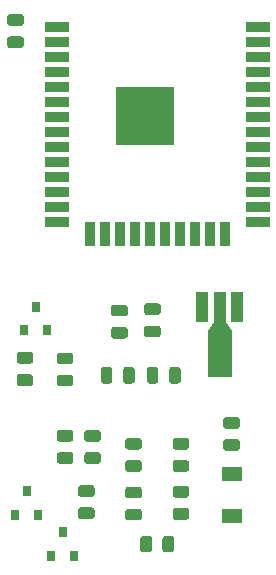
<source format=gbr>
G04 #@! TF.GenerationSoftware,KiCad,Pcbnew,(5.1.5)-3*
G04 #@! TF.CreationDate,2021-03-30T01:11:31+08:00*
G04 #@! TF.ProjectId,parasite,70617261-7369-4746-952e-6b696361645f,1.1.0*
G04 #@! TF.SameCoordinates,Original*
G04 #@! TF.FileFunction,Paste,Top*
G04 #@! TF.FilePolarity,Positive*
%FSLAX46Y46*%
G04 Gerber Fmt 4.6, Leading zero omitted, Abs format (unit mm)*
G04 Created by KiCad (PCBNEW (5.1.5)-3) date 2021-03-30 01:11:31*
%MOMM*%
%LPD*%
G04 APERTURE LIST*
%ADD10C,0.100000*%
%ADD11R,0.800000X0.900000*%
%ADD12R,1.700000X1.300000*%
%ADD13R,1.000000X2.500000*%
%ADD14R,2.000000X4.000000*%
%ADD15R,5.000000X5.000000*%
%ADD16R,2.000000X0.900000*%
%ADD17R,0.900000X2.000000*%
G04 APERTURE END LIST*
D10*
G36*
X118080142Y-74988674D02*
G01*
X118103803Y-74992184D01*
X118127007Y-74997996D01*
X118149529Y-75006054D01*
X118171153Y-75016282D01*
X118191670Y-75028579D01*
X118210883Y-75042829D01*
X118228607Y-75058893D01*
X118244671Y-75076617D01*
X118258921Y-75095830D01*
X118271218Y-75116347D01*
X118281446Y-75137971D01*
X118289504Y-75160493D01*
X118295316Y-75183697D01*
X118298826Y-75207358D01*
X118300000Y-75231250D01*
X118300000Y-75718750D01*
X118298826Y-75742642D01*
X118295316Y-75766303D01*
X118289504Y-75789507D01*
X118281446Y-75812029D01*
X118271218Y-75833653D01*
X118258921Y-75854170D01*
X118244671Y-75873383D01*
X118228607Y-75891107D01*
X118210883Y-75907171D01*
X118191670Y-75921421D01*
X118171153Y-75933718D01*
X118149529Y-75943946D01*
X118127007Y-75952004D01*
X118103803Y-75957816D01*
X118080142Y-75961326D01*
X118056250Y-75962500D01*
X117143750Y-75962500D01*
X117119858Y-75961326D01*
X117096197Y-75957816D01*
X117072993Y-75952004D01*
X117050471Y-75943946D01*
X117028847Y-75933718D01*
X117008330Y-75921421D01*
X116989117Y-75907171D01*
X116971393Y-75891107D01*
X116955329Y-75873383D01*
X116941079Y-75854170D01*
X116928782Y-75833653D01*
X116918554Y-75812029D01*
X116910496Y-75789507D01*
X116904684Y-75766303D01*
X116901174Y-75742642D01*
X116900000Y-75718750D01*
X116900000Y-75231250D01*
X116901174Y-75207358D01*
X116904684Y-75183697D01*
X116910496Y-75160493D01*
X116918554Y-75137971D01*
X116928782Y-75116347D01*
X116941079Y-75095830D01*
X116955329Y-75076617D01*
X116971393Y-75058893D01*
X116989117Y-75042829D01*
X117008330Y-75028579D01*
X117028847Y-75016282D01*
X117050471Y-75006054D01*
X117072993Y-74997996D01*
X117096197Y-74992184D01*
X117119858Y-74988674D01*
X117143750Y-74987500D01*
X118056250Y-74987500D01*
X118080142Y-74988674D01*
G37*
G36*
X118080142Y-73113674D02*
G01*
X118103803Y-73117184D01*
X118127007Y-73122996D01*
X118149529Y-73131054D01*
X118171153Y-73141282D01*
X118191670Y-73153579D01*
X118210883Y-73167829D01*
X118228607Y-73183893D01*
X118244671Y-73201617D01*
X118258921Y-73220830D01*
X118271218Y-73241347D01*
X118281446Y-73262971D01*
X118289504Y-73285493D01*
X118295316Y-73308697D01*
X118298826Y-73332358D01*
X118300000Y-73356250D01*
X118300000Y-73843750D01*
X118298826Y-73867642D01*
X118295316Y-73891303D01*
X118289504Y-73914507D01*
X118281446Y-73937029D01*
X118271218Y-73958653D01*
X118258921Y-73979170D01*
X118244671Y-73998383D01*
X118228607Y-74016107D01*
X118210883Y-74032171D01*
X118191670Y-74046421D01*
X118171153Y-74058718D01*
X118149529Y-74068946D01*
X118127007Y-74077004D01*
X118103803Y-74082816D01*
X118080142Y-74086326D01*
X118056250Y-74087500D01*
X117143750Y-74087500D01*
X117119858Y-74086326D01*
X117096197Y-74082816D01*
X117072993Y-74077004D01*
X117050471Y-74068946D01*
X117028847Y-74058718D01*
X117008330Y-74046421D01*
X116989117Y-74032171D01*
X116971393Y-74016107D01*
X116955329Y-73998383D01*
X116941079Y-73979170D01*
X116928782Y-73958653D01*
X116918554Y-73937029D01*
X116910496Y-73914507D01*
X116904684Y-73891303D01*
X116901174Y-73867642D01*
X116900000Y-73843750D01*
X116900000Y-73356250D01*
X116901174Y-73332358D01*
X116904684Y-73308697D01*
X116910496Y-73285493D01*
X116918554Y-73262971D01*
X116928782Y-73241347D01*
X116941079Y-73220830D01*
X116955329Y-73201617D01*
X116971393Y-73183893D01*
X116989117Y-73167829D01*
X117008330Y-73153579D01*
X117028847Y-73141282D01*
X117050471Y-73131054D01*
X117072993Y-73122996D01*
X117096197Y-73117184D01*
X117119858Y-73113674D01*
X117143750Y-73112500D01*
X118056250Y-73112500D01*
X118080142Y-73113674D01*
G37*
G36*
X115280142Y-73238674D02*
G01*
X115303803Y-73242184D01*
X115327007Y-73247996D01*
X115349529Y-73256054D01*
X115371153Y-73266282D01*
X115391670Y-73278579D01*
X115410883Y-73292829D01*
X115428607Y-73308893D01*
X115444671Y-73326617D01*
X115458921Y-73345830D01*
X115471218Y-73366347D01*
X115481446Y-73387971D01*
X115489504Y-73410493D01*
X115495316Y-73433697D01*
X115498826Y-73457358D01*
X115500000Y-73481250D01*
X115500000Y-73968750D01*
X115498826Y-73992642D01*
X115495316Y-74016303D01*
X115489504Y-74039507D01*
X115481446Y-74062029D01*
X115471218Y-74083653D01*
X115458921Y-74104170D01*
X115444671Y-74123383D01*
X115428607Y-74141107D01*
X115410883Y-74157171D01*
X115391670Y-74171421D01*
X115371153Y-74183718D01*
X115349529Y-74193946D01*
X115327007Y-74202004D01*
X115303803Y-74207816D01*
X115280142Y-74211326D01*
X115256250Y-74212500D01*
X114343750Y-74212500D01*
X114319858Y-74211326D01*
X114296197Y-74207816D01*
X114272993Y-74202004D01*
X114250471Y-74193946D01*
X114228847Y-74183718D01*
X114208330Y-74171421D01*
X114189117Y-74157171D01*
X114171393Y-74141107D01*
X114155329Y-74123383D01*
X114141079Y-74104170D01*
X114128782Y-74083653D01*
X114118554Y-74062029D01*
X114110496Y-74039507D01*
X114104684Y-74016303D01*
X114101174Y-73992642D01*
X114100000Y-73968750D01*
X114100000Y-73481250D01*
X114101174Y-73457358D01*
X114104684Y-73433697D01*
X114110496Y-73410493D01*
X114118554Y-73387971D01*
X114128782Y-73366347D01*
X114141079Y-73345830D01*
X114155329Y-73326617D01*
X114171393Y-73308893D01*
X114189117Y-73292829D01*
X114208330Y-73278579D01*
X114228847Y-73266282D01*
X114250471Y-73256054D01*
X114272993Y-73247996D01*
X114296197Y-73242184D01*
X114319858Y-73238674D01*
X114343750Y-73237500D01*
X115256250Y-73237500D01*
X115280142Y-73238674D01*
G37*
G36*
X115280142Y-75113674D02*
G01*
X115303803Y-75117184D01*
X115327007Y-75122996D01*
X115349529Y-75131054D01*
X115371153Y-75141282D01*
X115391670Y-75153579D01*
X115410883Y-75167829D01*
X115428607Y-75183893D01*
X115444671Y-75201617D01*
X115458921Y-75220830D01*
X115471218Y-75241347D01*
X115481446Y-75262971D01*
X115489504Y-75285493D01*
X115495316Y-75308697D01*
X115498826Y-75332358D01*
X115500000Y-75356250D01*
X115500000Y-75843750D01*
X115498826Y-75867642D01*
X115495316Y-75891303D01*
X115489504Y-75914507D01*
X115481446Y-75937029D01*
X115471218Y-75958653D01*
X115458921Y-75979170D01*
X115444671Y-75998383D01*
X115428607Y-76016107D01*
X115410883Y-76032171D01*
X115391670Y-76046421D01*
X115371153Y-76058718D01*
X115349529Y-76068946D01*
X115327007Y-76077004D01*
X115303803Y-76082816D01*
X115280142Y-76086326D01*
X115256250Y-76087500D01*
X114343750Y-76087500D01*
X114319858Y-76086326D01*
X114296197Y-76082816D01*
X114272993Y-76077004D01*
X114250471Y-76068946D01*
X114228847Y-76058718D01*
X114208330Y-76046421D01*
X114189117Y-76032171D01*
X114171393Y-76016107D01*
X114155329Y-75998383D01*
X114141079Y-75979170D01*
X114128782Y-75958653D01*
X114118554Y-75937029D01*
X114110496Y-75914507D01*
X114104684Y-75891303D01*
X114101174Y-75867642D01*
X114100000Y-75843750D01*
X114100000Y-75356250D01*
X114101174Y-75332358D01*
X114104684Y-75308697D01*
X114110496Y-75285493D01*
X114118554Y-75262971D01*
X114128782Y-75241347D01*
X114141079Y-75220830D01*
X114155329Y-75201617D01*
X114171393Y-75183893D01*
X114189117Y-75167829D01*
X114208330Y-75153579D01*
X114228847Y-75141282D01*
X114250471Y-75131054D01*
X114272993Y-75122996D01*
X114296197Y-75117184D01*
X114319858Y-75113674D01*
X114343750Y-75112500D01*
X115256250Y-75112500D01*
X115280142Y-75113674D01*
G37*
D11*
X110000000Y-92500000D03*
X110950000Y-94500000D03*
X109050000Y-94500000D03*
X106950000Y-89000000D03*
X107900000Y-91000000D03*
X106000000Y-91000000D03*
D10*
G36*
X119205142Y-92801174D02*
G01*
X119228803Y-92804684D01*
X119252007Y-92810496D01*
X119274529Y-92818554D01*
X119296153Y-92828782D01*
X119316670Y-92841079D01*
X119335883Y-92855329D01*
X119353607Y-92871393D01*
X119369671Y-92889117D01*
X119383921Y-92908330D01*
X119396218Y-92928847D01*
X119406446Y-92950471D01*
X119414504Y-92972993D01*
X119420316Y-92996197D01*
X119423826Y-93019858D01*
X119425000Y-93043750D01*
X119425000Y-93956250D01*
X119423826Y-93980142D01*
X119420316Y-94003803D01*
X119414504Y-94027007D01*
X119406446Y-94049529D01*
X119396218Y-94071153D01*
X119383921Y-94091670D01*
X119369671Y-94110883D01*
X119353607Y-94128607D01*
X119335883Y-94144671D01*
X119316670Y-94158921D01*
X119296153Y-94171218D01*
X119274529Y-94181446D01*
X119252007Y-94189504D01*
X119228803Y-94195316D01*
X119205142Y-94198826D01*
X119181250Y-94200000D01*
X118693750Y-94200000D01*
X118669858Y-94198826D01*
X118646197Y-94195316D01*
X118622993Y-94189504D01*
X118600471Y-94181446D01*
X118578847Y-94171218D01*
X118558330Y-94158921D01*
X118539117Y-94144671D01*
X118521393Y-94128607D01*
X118505329Y-94110883D01*
X118491079Y-94091670D01*
X118478782Y-94071153D01*
X118468554Y-94049529D01*
X118460496Y-94027007D01*
X118454684Y-94003803D01*
X118451174Y-93980142D01*
X118450000Y-93956250D01*
X118450000Y-93043750D01*
X118451174Y-93019858D01*
X118454684Y-92996197D01*
X118460496Y-92972993D01*
X118468554Y-92950471D01*
X118478782Y-92928847D01*
X118491079Y-92908330D01*
X118505329Y-92889117D01*
X118521393Y-92871393D01*
X118539117Y-92855329D01*
X118558330Y-92841079D01*
X118578847Y-92828782D01*
X118600471Y-92818554D01*
X118622993Y-92810496D01*
X118646197Y-92804684D01*
X118669858Y-92801174D01*
X118693750Y-92800000D01*
X119181250Y-92800000D01*
X119205142Y-92801174D01*
G37*
G36*
X117330142Y-92801174D02*
G01*
X117353803Y-92804684D01*
X117377007Y-92810496D01*
X117399529Y-92818554D01*
X117421153Y-92828782D01*
X117441670Y-92841079D01*
X117460883Y-92855329D01*
X117478607Y-92871393D01*
X117494671Y-92889117D01*
X117508921Y-92908330D01*
X117521218Y-92928847D01*
X117531446Y-92950471D01*
X117539504Y-92972993D01*
X117545316Y-92996197D01*
X117548826Y-93019858D01*
X117550000Y-93043750D01*
X117550000Y-93956250D01*
X117548826Y-93980142D01*
X117545316Y-94003803D01*
X117539504Y-94027007D01*
X117531446Y-94049529D01*
X117521218Y-94071153D01*
X117508921Y-94091670D01*
X117494671Y-94110883D01*
X117478607Y-94128607D01*
X117460883Y-94144671D01*
X117441670Y-94158921D01*
X117421153Y-94171218D01*
X117399529Y-94181446D01*
X117377007Y-94189504D01*
X117353803Y-94195316D01*
X117330142Y-94198826D01*
X117306250Y-94200000D01*
X116818750Y-94200000D01*
X116794858Y-94198826D01*
X116771197Y-94195316D01*
X116747993Y-94189504D01*
X116725471Y-94181446D01*
X116703847Y-94171218D01*
X116683330Y-94158921D01*
X116664117Y-94144671D01*
X116646393Y-94128607D01*
X116630329Y-94110883D01*
X116616079Y-94091670D01*
X116603782Y-94071153D01*
X116593554Y-94049529D01*
X116585496Y-94027007D01*
X116579684Y-94003803D01*
X116576174Y-93980142D01*
X116575000Y-93956250D01*
X116575000Y-93043750D01*
X116576174Y-93019858D01*
X116579684Y-92996197D01*
X116585496Y-92972993D01*
X116593554Y-92950471D01*
X116603782Y-92928847D01*
X116616079Y-92908330D01*
X116630329Y-92889117D01*
X116646393Y-92871393D01*
X116664117Y-92855329D01*
X116683330Y-92841079D01*
X116703847Y-92828782D01*
X116725471Y-92818554D01*
X116747993Y-92810496D01*
X116771197Y-92804684D01*
X116794858Y-92801174D01*
X116818750Y-92800000D01*
X117306250Y-92800000D01*
X117330142Y-92801174D01*
G37*
G36*
X120480142Y-84513674D02*
G01*
X120503803Y-84517184D01*
X120527007Y-84522996D01*
X120549529Y-84531054D01*
X120571153Y-84541282D01*
X120591670Y-84553579D01*
X120610883Y-84567829D01*
X120628607Y-84583893D01*
X120644671Y-84601617D01*
X120658921Y-84620830D01*
X120671218Y-84641347D01*
X120681446Y-84662971D01*
X120689504Y-84685493D01*
X120695316Y-84708697D01*
X120698826Y-84732358D01*
X120700000Y-84756250D01*
X120700000Y-85243750D01*
X120698826Y-85267642D01*
X120695316Y-85291303D01*
X120689504Y-85314507D01*
X120681446Y-85337029D01*
X120671218Y-85358653D01*
X120658921Y-85379170D01*
X120644671Y-85398383D01*
X120628607Y-85416107D01*
X120610883Y-85432171D01*
X120591670Y-85446421D01*
X120571153Y-85458718D01*
X120549529Y-85468946D01*
X120527007Y-85477004D01*
X120503803Y-85482816D01*
X120480142Y-85486326D01*
X120456250Y-85487500D01*
X119543750Y-85487500D01*
X119519858Y-85486326D01*
X119496197Y-85482816D01*
X119472993Y-85477004D01*
X119450471Y-85468946D01*
X119428847Y-85458718D01*
X119408330Y-85446421D01*
X119389117Y-85432171D01*
X119371393Y-85416107D01*
X119355329Y-85398383D01*
X119341079Y-85379170D01*
X119328782Y-85358653D01*
X119318554Y-85337029D01*
X119310496Y-85314507D01*
X119304684Y-85291303D01*
X119301174Y-85267642D01*
X119300000Y-85243750D01*
X119300000Y-84756250D01*
X119301174Y-84732358D01*
X119304684Y-84708697D01*
X119310496Y-84685493D01*
X119318554Y-84662971D01*
X119328782Y-84641347D01*
X119341079Y-84620830D01*
X119355329Y-84601617D01*
X119371393Y-84583893D01*
X119389117Y-84567829D01*
X119408330Y-84553579D01*
X119428847Y-84541282D01*
X119450471Y-84531054D01*
X119472993Y-84522996D01*
X119496197Y-84517184D01*
X119519858Y-84513674D01*
X119543750Y-84512500D01*
X120456250Y-84512500D01*
X120480142Y-84513674D01*
G37*
G36*
X120480142Y-86388674D02*
G01*
X120503803Y-86392184D01*
X120527007Y-86397996D01*
X120549529Y-86406054D01*
X120571153Y-86416282D01*
X120591670Y-86428579D01*
X120610883Y-86442829D01*
X120628607Y-86458893D01*
X120644671Y-86476617D01*
X120658921Y-86495830D01*
X120671218Y-86516347D01*
X120681446Y-86537971D01*
X120689504Y-86560493D01*
X120695316Y-86583697D01*
X120698826Y-86607358D01*
X120700000Y-86631250D01*
X120700000Y-87118750D01*
X120698826Y-87142642D01*
X120695316Y-87166303D01*
X120689504Y-87189507D01*
X120681446Y-87212029D01*
X120671218Y-87233653D01*
X120658921Y-87254170D01*
X120644671Y-87273383D01*
X120628607Y-87291107D01*
X120610883Y-87307171D01*
X120591670Y-87321421D01*
X120571153Y-87333718D01*
X120549529Y-87343946D01*
X120527007Y-87352004D01*
X120503803Y-87357816D01*
X120480142Y-87361326D01*
X120456250Y-87362500D01*
X119543750Y-87362500D01*
X119519858Y-87361326D01*
X119496197Y-87357816D01*
X119472993Y-87352004D01*
X119450471Y-87343946D01*
X119428847Y-87333718D01*
X119408330Y-87321421D01*
X119389117Y-87307171D01*
X119371393Y-87291107D01*
X119355329Y-87273383D01*
X119341079Y-87254170D01*
X119328782Y-87233653D01*
X119318554Y-87212029D01*
X119310496Y-87189507D01*
X119304684Y-87166303D01*
X119301174Y-87142642D01*
X119300000Y-87118750D01*
X119300000Y-86631250D01*
X119301174Y-86607358D01*
X119304684Y-86583697D01*
X119310496Y-86560493D01*
X119318554Y-86537971D01*
X119328782Y-86516347D01*
X119341079Y-86495830D01*
X119355329Y-86476617D01*
X119371393Y-86458893D01*
X119389117Y-86442829D01*
X119408330Y-86428579D01*
X119428847Y-86416282D01*
X119450471Y-86406054D01*
X119472993Y-86397996D01*
X119496197Y-86392184D01*
X119519858Y-86388674D01*
X119543750Y-86387500D01*
X120456250Y-86387500D01*
X120480142Y-86388674D01*
G37*
G36*
X113017642Y-83838674D02*
G01*
X113041303Y-83842184D01*
X113064507Y-83847996D01*
X113087029Y-83856054D01*
X113108653Y-83866282D01*
X113129170Y-83878579D01*
X113148383Y-83892829D01*
X113166107Y-83908893D01*
X113182171Y-83926617D01*
X113196421Y-83945830D01*
X113208718Y-83966347D01*
X113218946Y-83987971D01*
X113227004Y-84010493D01*
X113232816Y-84033697D01*
X113236326Y-84057358D01*
X113237500Y-84081250D01*
X113237500Y-84568750D01*
X113236326Y-84592642D01*
X113232816Y-84616303D01*
X113227004Y-84639507D01*
X113218946Y-84662029D01*
X113208718Y-84683653D01*
X113196421Y-84704170D01*
X113182171Y-84723383D01*
X113166107Y-84741107D01*
X113148383Y-84757171D01*
X113129170Y-84771421D01*
X113108653Y-84783718D01*
X113087029Y-84793946D01*
X113064507Y-84802004D01*
X113041303Y-84807816D01*
X113017642Y-84811326D01*
X112993750Y-84812500D01*
X112081250Y-84812500D01*
X112057358Y-84811326D01*
X112033697Y-84807816D01*
X112010493Y-84802004D01*
X111987971Y-84793946D01*
X111966347Y-84783718D01*
X111945830Y-84771421D01*
X111926617Y-84757171D01*
X111908893Y-84741107D01*
X111892829Y-84723383D01*
X111878579Y-84704170D01*
X111866282Y-84683653D01*
X111856054Y-84662029D01*
X111847996Y-84639507D01*
X111842184Y-84616303D01*
X111838674Y-84592642D01*
X111837500Y-84568750D01*
X111837500Y-84081250D01*
X111838674Y-84057358D01*
X111842184Y-84033697D01*
X111847996Y-84010493D01*
X111856054Y-83987971D01*
X111866282Y-83966347D01*
X111878579Y-83945830D01*
X111892829Y-83926617D01*
X111908893Y-83908893D01*
X111926617Y-83892829D01*
X111945830Y-83878579D01*
X111966347Y-83866282D01*
X111987971Y-83856054D01*
X112010493Y-83847996D01*
X112033697Y-83842184D01*
X112057358Y-83838674D01*
X112081250Y-83837500D01*
X112993750Y-83837500D01*
X113017642Y-83838674D01*
G37*
G36*
X113017642Y-85713674D02*
G01*
X113041303Y-85717184D01*
X113064507Y-85722996D01*
X113087029Y-85731054D01*
X113108653Y-85741282D01*
X113129170Y-85753579D01*
X113148383Y-85767829D01*
X113166107Y-85783893D01*
X113182171Y-85801617D01*
X113196421Y-85820830D01*
X113208718Y-85841347D01*
X113218946Y-85862971D01*
X113227004Y-85885493D01*
X113232816Y-85908697D01*
X113236326Y-85932358D01*
X113237500Y-85956250D01*
X113237500Y-86443750D01*
X113236326Y-86467642D01*
X113232816Y-86491303D01*
X113227004Y-86514507D01*
X113218946Y-86537029D01*
X113208718Y-86558653D01*
X113196421Y-86579170D01*
X113182171Y-86598383D01*
X113166107Y-86616107D01*
X113148383Y-86632171D01*
X113129170Y-86646421D01*
X113108653Y-86658718D01*
X113087029Y-86668946D01*
X113064507Y-86677004D01*
X113041303Y-86682816D01*
X113017642Y-86686326D01*
X112993750Y-86687500D01*
X112081250Y-86687500D01*
X112057358Y-86686326D01*
X112033697Y-86682816D01*
X112010493Y-86677004D01*
X111987971Y-86668946D01*
X111966347Y-86658718D01*
X111945830Y-86646421D01*
X111926617Y-86632171D01*
X111908893Y-86616107D01*
X111892829Y-86598383D01*
X111878579Y-86579170D01*
X111866282Y-86558653D01*
X111856054Y-86537029D01*
X111847996Y-86514507D01*
X111842184Y-86491303D01*
X111838674Y-86467642D01*
X111837500Y-86443750D01*
X111837500Y-85956250D01*
X111838674Y-85932358D01*
X111842184Y-85908697D01*
X111847996Y-85885493D01*
X111856054Y-85862971D01*
X111866282Y-85841347D01*
X111878579Y-85820830D01*
X111892829Y-85801617D01*
X111908893Y-85783893D01*
X111926617Y-85767829D01*
X111945830Y-85753579D01*
X111966347Y-85741282D01*
X111987971Y-85731054D01*
X112010493Y-85722996D01*
X112033697Y-85717184D01*
X112057358Y-85713674D01*
X112081250Y-85712500D01*
X112993750Y-85712500D01*
X113017642Y-85713674D01*
G37*
G36*
X113992642Y-78501174D02*
G01*
X114016303Y-78504684D01*
X114039507Y-78510496D01*
X114062029Y-78518554D01*
X114083653Y-78528782D01*
X114104170Y-78541079D01*
X114123383Y-78555329D01*
X114141107Y-78571393D01*
X114157171Y-78589117D01*
X114171421Y-78608330D01*
X114183718Y-78628847D01*
X114193946Y-78650471D01*
X114202004Y-78672993D01*
X114207816Y-78696197D01*
X114211326Y-78719858D01*
X114212500Y-78743750D01*
X114212500Y-79656250D01*
X114211326Y-79680142D01*
X114207816Y-79703803D01*
X114202004Y-79727007D01*
X114193946Y-79749529D01*
X114183718Y-79771153D01*
X114171421Y-79791670D01*
X114157171Y-79810883D01*
X114141107Y-79828607D01*
X114123383Y-79844671D01*
X114104170Y-79858921D01*
X114083653Y-79871218D01*
X114062029Y-79881446D01*
X114039507Y-79889504D01*
X114016303Y-79895316D01*
X113992642Y-79898826D01*
X113968750Y-79900000D01*
X113481250Y-79900000D01*
X113457358Y-79898826D01*
X113433697Y-79895316D01*
X113410493Y-79889504D01*
X113387971Y-79881446D01*
X113366347Y-79871218D01*
X113345830Y-79858921D01*
X113326617Y-79844671D01*
X113308893Y-79828607D01*
X113292829Y-79810883D01*
X113278579Y-79791670D01*
X113266282Y-79771153D01*
X113256054Y-79749529D01*
X113247996Y-79727007D01*
X113242184Y-79703803D01*
X113238674Y-79680142D01*
X113237500Y-79656250D01*
X113237500Y-78743750D01*
X113238674Y-78719858D01*
X113242184Y-78696197D01*
X113247996Y-78672993D01*
X113256054Y-78650471D01*
X113266282Y-78628847D01*
X113278579Y-78608330D01*
X113292829Y-78589117D01*
X113308893Y-78571393D01*
X113326617Y-78555329D01*
X113345830Y-78541079D01*
X113366347Y-78528782D01*
X113387971Y-78518554D01*
X113410493Y-78510496D01*
X113433697Y-78504684D01*
X113457358Y-78501174D01*
X113481250Y-78500000D01*
X113968750Y-78500000D01*
X113992642Y-78501174D01*
G37*
G36*
X115867642Y-78501174D02*
G01*
X115891303Y-78504684D01*
X115914507Y-78510496D01*
X115937029Y-78518554D01*
X115958653Y-78528782D01*
X115979170Y-78541079D01*
X115998383Y-78555329D01*
X116016107Y-78571393D01*
X116032171Y-78589117D01*
X116046421Y-78608330D01*
X116058718Y-78628847D01*
X116068946Y-78650471D01*
X116077004Y-78672993D01*
X116082816Y-78696197D01*
X116086326Y-78719858D01*
X116087500Y-78743750D01*
X116087500Y-79656250D01*
X116086326Y-79680142D01*
X116082816Y-79703803D01*
X116077004Y-79727007D01*
X116068946Y-79749529D01*
X116058718Y-79771153D01*
X116046421Y-79791670D01*
X116032171Y-79810883D01*
X116016107Y-79828607D01*
X115998383Y-79844671D01*
X115979170Y-79858921D01*
X115958653Y-79871218D01*
X115937029Y-79881446D01*
X115914507Y-79889504D01*
X115891303Y-79895316D01*
X115867642Y-79898826D01*
X115843750Y-79900000D01*
X115356250Y-79900000D01*
X115332358Y-79898826D01*
X115308697Y-79895316D01*
X115285493Y-79889504D01*
X115262971Y-79881446D01*
X115241347Y-79871218D01*
X115220830Y-79858921D01*
X115201617Y-79844671D01*
X115183893Y-79828607D01*
X115167829Y-79810883D01*
X115153579Y-79791670D01*
X115141282Y-79771153D01*
X115131054Y-79749529D01*
X115122996Y-79727007D01*
X115117184Y-79703803D01*
X115113674Y-79680142D01*
X115112500Y-79656250D01*
X115112500Y-78743750D01*
X115113674Y-78719858D01*
X115117184Y-78696197D01*
X115122996Y-78672993D01*
X115131054Y-78650471D01*
X115141282Y-78628847D01*
X115153579Y-78608330D01*
X115167829Y-78589117D01*
X115183893Y-78571393D01*
X115201617Y-78555329D01*
X115220830Y-78541079D01*
X115241347Y-78528782D01*
X115262971Y-78518554D01*
X115285493Y-78510496D01*
X115308697Y-78504684D01*
X115332358Y-78501174D01*
X115356250Y-78500000D01*
X115843750Y-78500000D01*
X115867642Y-78501174D01*
G37*
G36*
X117892642Y-78501174D02*
G01*
X117916303Y-78504684D01*
X117939507Y-78510496D01*
X117962029Y-78518554D01*
X117983653Y-78528782D01*
X118004170Y-78541079D01*
X118023383Y-78555329D01*
X118041107Y-78571393D01*
X118057171Y-78589117D01*
X118071421Y-78608330D01*
X118083718Y-78628847D01*
X118093946Y-78650471D01*
X118102004Y-78672993D01*
X118107816Y-78696197D01*
X118111326Y-78719858D01*
X118112500Y-78743750D01*
X118112500Y-79656250D01*
X118111326Y-79680142D01*
X118107816Y-79703803D01*
X118102004Y-79727007D01*
X118093946Y-79749529D01*
X118083718Y-79771153D01*
X118071421Y-79791670D01*
X118057171Y-79810883D01*
X118041107Y-79828607D01*
X118023383Y-79844671D01*
X118004170Y-79858921D01*
X117983653Y-79871218D01*
X117962029Y-79881446D01*
X117939507Y-79889504D01*
X117916303Y-79895316D01*
X117892642Y-79898826D01*
X117868750Y-79900000D01*
X117381250Y-79900000D01*
X117357358Y-79898826D01*
X117333697Y-79895316D01*
X117310493Y-79889504D01*
X117287971Y-79881446D01*
X117266347Y-79871218D01*
X117245830Y-79858921D01*
X117226617Y-79844671D01*
X117208893Y-79828607D01*
X117192829Y-79810883D01*
X117178579Y-79791670D01*
X117166282Y-79771153D01*
X117156054Y-79749529D01*
X117147996Y-79727007D01*
X117142184Y-79703803D01*
X117138674Y-79680142D01*
X117137500Y-79656250D01*
X117137500Y-78743750D01*
X117138674Y-78719858D01*
X117142184Y-78696197D01*
X117147996Y-78672993D01*
X117156054Y-78650471D01*
X117166282Y-78628847D01*
X117178579Y-78608330D01*
X117192829Y-78589117D01*
X117208893Y-78571393D01*
X117226617Y-78555329D01*
X117245830Y-78541079D01*
X117266347Y-78528782D01*
X117287971Y-78518554D01*
X117310493Y-78510496D01*
X117333697Y-78504684D01*
X117357358Y-78501174D01*
X117381250Y-78500000D01*
X117868750Y-78500000D01*
X117892642Y-78501174D01*
G37*
G36*
X119767642Y-78501174D02*
G01*
X119791303Y-78504684D01*
X119814507Y-78510496D01*
X119837029Y-78518554D01*
X119858653Y-78528782D01*
X119879170Y-78541079D01*
X119898383Y-78555329D01*
X119916107Y-78571393D01*
X119932171Y-78589117D01*
X119946421Y-78608330D01*
X119958718Y-78628847D01*
X119968946Y-78650471D01*
X119977004Y-78672993D01*
X119982816Y-78696197D01*
X119986326Y-78719858D01*
X119987500Y-78743750D01*
X119987500Y-79656250D01*
X119986326Y-79680142D01*
X119982816Y-79703803D01*
X119977004Y-79727007D01*
X119968946Y-79749529D01*
X119958718Y-79771153D01*
X119946421Y-79791670D01*
X119932171Y-79810883D01*
X119916107Y-79828607D01*
X119898383Y-79844671D01*
X119879170Y-79858921D01*
X119858653Y-79871218D01*
X119837029Y-79881446D01*
X119814507Y-79889504D01*
X119791303Y-79895316D01*
X119767642Y-79898826D01*
X119743750Y-79900000D01*
X119256250Y-79900000D01*
X119232358Y-79898826D01*
X119208697Y-79895316D01*
X119185493Y-79889504D01*
X119162971Y-79881446D01*
X119141347Y-79871218D01*
X119120830Y-79858921D01*
X119101617Y-79844671D01*
X119083893Y-79828607D01*
X119067829Y-79810883D01*
X119053579Y-79791670D01*
X119041282Y-79771153D01*
X119031054Y-79749529D01*
X119022996Y-79727007D01*
X119017184Y-79703803D01*
X119013674Y-79680142D01*
X119012500Y-79656250D01*
X119012500Y-78743750D01*
X119013674Y-78719858D01*
X119017184Y-78696197D01*
X119022996Y-78672993D01*
X119031054Y-78650471D01*
X119041282Y-78628847D01*
X119053579Y-78608330D01*
X119067829Y-78589117D01*
X119083893Y-78571393D01*
X119101617Y-78555329D01*
X119120830Y-78541079D01*
X119141347Y-78528782D01*
X119162971Y-78518554D01*
X119185493Y-78510496D01*
X119208697Y-78504684D01*
X119232358Y-78501174D01*
X119256250Y-78500000D01*
X119743750Y-78500000D01*
X119767642Y-78501174D01*
G37*
D12*
X124300000Y-91100000D03*
X124300000Y-87600000D03*
D13*
X124800000Y-73440000D03*
X123300000Y-73440000D03*
X121800000Y-73440000D03*
D14*
X123300000Y-77400000D03*
D10*
G36*
X122300000Y-75425000D02*
G01*
X122800000Y-74675000D01*
X123800000Y-74675000D01*
X124300000Y-75425000D01*
X122300000Y-75425000D01*
G37*
D15*
X117000000Y-57245000D03*
D16*
X109500000Y-49745000D03*
X109500000Y-51015000D03*
X109500000Y-52285000D03*
X109500000Y-53555000D03*
X109500000Y-54825000D03*
X109500000Y-56095000D03*
X109500000Y-57365000D03*
X109500000Y-58635000D03*
X109500000Y-59905000D03*
X109500000Y-61175000D03*
X109500000Y-62445000D03*
X109500000Y-63715000D03*
X109500000Y-64985000D03*
X109500000Y-66255000D03*
D17*
X112285000Y-67255000D03*
X113555000Y-67255000D03*
X114825000Y-67255000D03*
X116095000Y-67255000D03*
X117365000Y-67255000D03*
X118635000Y-67255000D03*
X119905000Y-67255000D03*
X121175000Y-67255000D03*
X122445000Y-67255000D03*
X123715000Y-67255000D03*
D16*
X126500000Y-66255000D03*
X126500000Y-64985000D03*
X126500000Y-63715000D03*
X126500000Y-62445000D03*
X126500000Y-61175000D03*
X126500000Y-59905000D03*
X126500000Y-58635000D03*
X126500000Y-57365000D03*
X126500000Y-56095000D03*
X126500000Y-54825000D03*
X126500000Y-53555000D03*
X126500000Y-52285000D03*
X126500000Y-51015000D03*
X126500000Y-49745000D03*
D10*
G36*
X124780142Y-82738674D02*
G01*
X124803803Y-82742184D01*
X124827007Y-82747996D01*
X124849529Y-82756054D01*
X124871153Y-82766282D01*
X124891670Y-82778579D01*
X124910883Y-82792829D01*
X124928607Y-82808893D01*
X124944671Y-82826617D01*
X124958921Y-82845830D01*
X124971218Y-82866347D01*
X124981446Y-82887971D01*
X124989504Y-82910493D01*
X124995316Y-82933697D01*
X124998826Y-82957358D01*
X125000000Y-82981250D01*
X125000000Y-83468750D01*
X124998826Y-83492642D01*
X124995316Y-83516303D01*
X124989504Y-83539507D01*
X124981446Y-83562029D01*
X124971218Y-83583653D01*
X124958921Y-83604170D01*
X124944671Y-83623383D01*
X124928607Y-83641107D01*
X124910883Y-83657171D01*
X124891670Y-83671421D01*
X124871153Y-83683718D01*
X124849529Y-83693946D01*
X124827007Y-83702004D01*
X124803803Y-83707816D01*
X124780142Y-83711326D01*
X124756250Y-83712500D01*
X123843750Y-83712500D01*
X123819858Y-83711326D01*
X123796197Y-83707816D01*
X123772993Y-83702004D01*
X123750471Y-83693946D01*
X123728847Y-83683718D01*
X123708330Y-83671421D01*
X123689117Y-83657171D01*
X123671393Y-83641107D01*
X123655329Y-83623383D01*
X123641079Y-83604170D01*
X123628782Y-83583653D01*
X123618554Y-83562029D01*
X123610496Y-83539507D01*
X123604684Y-83516303D01*
X123601174Y-83492642D01*
X123600000Y-83468750D01*
X123600000Y-82981250D01*
X123601174Y-82957358D01*
X123604684Y-82933697D01*
X123610496Y-82910493D01*
X123618554Y-82887971D01*
X123628782Y-82866347D01*
X123641079Y-82845830D01*
X123655329Y-82826617D01*
X123671393Y-82808893D01*
X123689117Y-82792829D01*
X123708330Y-82778579D01*
X123728847Y-82766282D01*
X123750471Y-82756054D01*
X123772993Y-82747996D01*
X123796197Y-82742184D01*
X123819858Y-82738674D01*
X123843750Y-82737500D01*
X124756250Y-82737500D01*
X124780142Y-82738674D01*
G37*
G36*
X124780142Y-84613674D02*
G01*
X124803803Y-84617184D01*
X124827007Y-84622996D01*
X124849529Y-84631054D01*
X124871153Y-84641282D01*
X124891670Y-84653579D01*
X124910883Y-84667829D01*
X124928607Y-84683893D01*
X124944671Y-84701617D01*
X124958921Y-84720830D01*
X124971218Y-84741347D01*
X124981446Y-84762971D01*
X124989504Y-84785493D01*
X124995316Y-84808697D01*
X124998826Y-84832358D01*
X125000000Y-84856250D01*
X125000000Y-85343750D01*
X124998826Y-85367642D01*
X124995316Y-85391303D01*
X124989504Y-85414507D01*
X124981446Y-85437029D01*
X124971218Y-85458653D01*
X124958921Y-85479170D01*
X124944671Y-85498383D01*
X124928607Y-85516107D01*
X124910883Y-85532171D01*
X124891670Y-85546421D01*
X124871153Y-85558718D01*
X124849529Y-85568946D01*
X124827007Y-85577004D01*
X124803803Y-85582816D01*
X124780142Y-85586326D01*
X124756250Y-85587500D01*
X123843750Y-85587500D01*
X123819858Y-85586326D01*
X123796197Y-85582816D01*
X123772993Y-85577004D01*
X123750471Y-85568946D01*
X123728847Y-85558718D01*
X123708330Y-85546421D01*
X123689117Y-85532171D01*
X123671393Y-85516107D01*
X123655329Y-85498383D01*
X123641079Y-85479170D01*
X123628782Y-85458653D01*
X123618554Y-85437029D01*
X123610496Y-85414507D01*
X123604684Y-85391303D01*
X123601174Y-85367642D01*
X123600000Y-85343750D01*
X123600000Y-84856250D01*
X123601174Y-84832358D01*
X123604684Y-84808697D01*
X123610496Y-84785493D01*
X123618554Y-84762971D01*
X123628782Y-84741347D01*
X123641079Y-84720830D01*
X123655329Y-84701617D01*
X123671393Y-84683893D01*
X123689117Y-84667829D01*
X123708330Y-84653579D01*
X123728847Y-84641282D01*
X123750471Y-84631054D01*
X123772993Y-84622996D01*
X123796197Y-84617184D01*
X123819858Y-84613674D01*
X123843750Y-84612500D01*
X124756250Y-84612500D01*
X124780142Y-84613674D01*
G37*
G36*
X106480142Y-48638674D02*
G01*
X106503803Y-48642184D01*
X106527007Y-48647996D01*
X106549529Y-48656054D01*
X106571153Y-48666282D01*
X106591670Y-48678579D01*
X106610883Y-48692829D01*
X106628607Y-48708893D01*
X106644671Y-48726617D01*
X106658921Y-48745830D01*
X106671218Y-48766347D01*
X106681446Y-48787971D01*
X106689504Y-48810493D01*
X106695316Y-48833697D01*
X106698826Y-48857358D01*
X106700000Y-48881250D01*
X106700000Y-49368750D01*
X106698826Y-49392642D01*
X106695316Y-49416303D01*
X106689504Y-49439507D01*
X106681446Y-49462029D01*
X106671218Y-49483653D01*
X106658921Y-49504170D01*
X106644671Y-49523383D01*
X106628607Y-49541107D01*
X106610883Y-49557171D01*
X106591670Y-49571421D01*
X106571153Y-49583718D01*
X106549529Y-49593946D01*
X106527007Y-49602004D01*
X106503803Y-49607816D01*
X106480142Y-49611326D01*
X106456250Y-49612500D01*
X105543750Y-49612500D01*
X105519858Y-49611326D01*
X105496197Y-49607816D01*
X105472993Y-49602004D01*
X105450471Y-49593946D01*
X105428847Y-49583718D01*
X105408330Y-49571421D01*
X105389117Y-49557171D01*
X105371393Y-49541107D01*
X105355329Y-49523383D01*
X105341079Y-49504170D01*
X105328782Y-49483653D01*
X105318554Y-49462029D01*
X105310496Y-49439507D01*
X105304684Y-49416303D01*
X105301174Y-49392642D01*
X105300000Y-49368750D01*
X105300000Y-48881250D01*
X105301174Y-48857358D01*
X105304684Y-48833697D01*
X105310496Y-48810493D01*
X105318554Y-48787971D01*
X105328782Y-48766347D01*
X105341079Y-48745830D01*
X105355329Y-48726617D01*
X105371393Y-48708893D01*
X105389117Y-48692829D01*
X105408330Y-48678579D01*
X105428847Y-48666282D01*
X105450471Y-48656054D01*
X105472993Y-48647996D01*
X105496197Y-48642184D01*
X105519858Y-48638674D01*
X105543750Y-48637500D01*
X106456250Y-48637500D01*
X106480142Y-48638674D01*
G37*
G36*
X106480142Y-50513674D02*
G01*
X106503803Y-50517184D01*
X106527007Y-50522996D01*
X106549529Y-50531054D01*
X106571153Y-50541282D01*
X106591670Y-50553579D01*
X106610883Y-50567829D01*
X106628607Y-50583893D01*
X106644671Y-50601617D01*
X106658921Y-50620830D01*
X106671218Y-50641347D01*
X106681446Y-50662971D01*
X106689504Y-50685493D01*
X106695316Y-50708697D01*
X106698826Y-50732358D01*
X106700000Y-50756250D01*
X106700000Y-51243750D01*
X106698826Y-51267642D01*
X106695316Y-51291303D01*
X106689504Y-51314507D01*
X106681446Y-51337029D01*
X106671218Y-51358653D01*
X106658921Y-51379170D01*
X106644671Y-51398383D01*
X106628607Y-51416107D01*
X106610883Y-51432171D01*
X106591670Y-51446421D01*
X106571153Y-51458718D01*
X106549529Y-51468946D01*
X106527007Y-51477004D01*
X106503803Y-51482816D01*
X106480142Y-51486326D01*
X106456250Y-51487500D01*
X105543750Y-51487500D01*
X105519858Y-51486326D01*
X105496197Y-51482816D01*
X105472993Y-51477004D01*
X105450471Y-51468946D01*
X105428847Y-51458718D01*
X105408330Y-51446421D01*
X105389117Y-51432171D01*
X105371393Y-51416107D01*
X105355329Y-51398383D01*
X105341079Y-51379170D01*
X105328782Y-51358653D01*
X105318554Y-51337029D01*
X105310496Y-51314507D01*
X105304684Y-51291303D01*
X105301174Y-51267642D01*
X105300000Y-51243750D01*
X105300000Y-50756250D01*
X105301174Y-50732358D01*
X105304684Y-50708697D01*
X105310496Y-50685493D01*
X105318554Y-50662971D01*
X105328782Y-50641347D01*
X105341079Y-50620830D01*
X105355329Y-50601617D01*
X105371393Y-50583893D01*
X105389117Y-50567829D01*
X105408330Y-50553579D01*
X105428847Y-50541282D01*
X105450471Y-50531054D01*
X105472993Y-50522996D01*
X105496197Y-50517184D01*
X105519858Y-50513674D01*
X105543750Y-50512500D01*
X106456250Y-50512500D01*
X106480142Y-50513674D01*
G37*
G36*
X110680142Y-83838674D02*
G01*
X110703803Y-83842184D01*
X110727007Y-83847996D01*
X110749529Y-83856054D01*
X110771153Y-83866282D01*
X110791670Y-83878579D01*
X110810883Y-83892829D01*
X110828607Y-83908893D01*
X110844671Y-83926617D01*
X110858921Y-83945830D01*
X110871218Y-83966347D01*
X110881446Y-83987971D01*
X110889504Y-84010493D01*
X110895316Y-84033697D01*
X110898826Y-84057358D01*
X110900000Y-84081250D01*
X110900000Y-84568750D01*
X110898826Y-84592642D01*
X110895316Y-84616303D01*
X110889504Y-84639507D01*
X110881446Y-84662029D01*
X110871218Y-84683653D01*
X110858921Y-84704170D01*
X110844671Y-84723383D01*
X110828607Y-84741107D01*
X110810883Y-84757171D01*
X110791670Y-84771421D01*
X110771153Y-84783718D01*
X110749529Y-84793946D01*
X110727007Y-84802004D01*
X110703803Y-84807816D01*
X110680142Y-84811326D01*
X110656250Y-84812500D01*
X109743750Y-84812500D01*
X109719858Y-84811326D01*
X109696197Y-84807816D01*
X109672993Y-84802004D01*
X109650471Y-84793946D01*
X109628847Y-84783718D01*
X109608330Y-84771421D01*
X109589117Y-84757171D01*
X109571393Y-84741107D01*
X109555329Y-84723383D01*
X109541079Y-84704170D01*
X109528782Y-84683653D01*
X109518554Y-84662029D01*
X109510496Y-84639507D01*
X109504684Y-84616303D01*
X109501174Y-84592642D01*
X109500000Y-84568750D01*
X109500000Y-84081250D01*
X109501174Y-84057358D01*
X109504684Y-84033697D01*
X109510496Y-84010493D01*
X109518554Y-83987971D01*
X109528782Y-83966347D01*
X109541079Y-83945830D01*
X109555329Y-83926617D01*
X109571393Y-83908893D01*
X109589117Y-83892829D01*
X109608330Y-83878579D01*
X109628847Y-83866282D01*
X109650471Y-83856054D01*
X109672993Y-83847996D01*
X109696197Y-83842184D01*
X109719858Y-83838674D01*
X109743750Y-83837500D01*
X110656250Y-83837500D01*
X110680142Y-83838674D01*
G37*
G36*
X110680142Y-85713674D02*
G01*
X110703803Y-85717184D01*
X110727007Y-85722996D01*
X110749529Y-85731054D01*
X110771153Y-85741282D01*
X110791670Y-85753579D01*
X110810883Y-85767829D01*
X110828607Y-85783893D01*
X110844671Y-85801617D01*
X110858921Y-85820830D01*
X110871218Y-85841347D01*
X110881446Y-85862971D01*
X110889504Y-85885493D01*
X110895316Y-85908697D01*
X110898826Y-85932358D01*
X110900000Y-85956250D01*
X110900000Y-86443750D01*
X110898826Y-86467642D01*
X110895316Y-86491303D01*
X110889504Y-86514507D01*
X110881446Y-86537029D01*
X110871218Y-86558653D01*
X110858921Y-86579170D01*
X110844671Y-86598383D01*
X110828607Y-86616107D01*
X110810883Y-86632171D01*
X110791670Y-86646421D01*
X110771153Y-86658718D01*
X110749529Y-86668946D01*
X110727007Y-86677004D01*
X110703803Y-86682816D01*
X110680142Y-86686326D01*
X110656250Y-86687500D01*
X109743750Y-86687500D01*
X109719858Y-86686326D01*
X109696197Y-86682816D01*
X109672993Y-86677004D01*
X109650471Y-86668946D01*
X109628847Y-86658718D01*
X109608330Y-86646421D01*
X109589117Y-86632171D01*
X109571393Y-86616107D01*
X109555329Y-86598383D01*
X109541079Y-86579170D01*
X109528782Y-86558653D01*
X109518554Y-86537029D01*
X109510496Y-86514507D01*
X109504684Y-86491303D01*
X109501174Y-86467642D01*
X109500000Y-86443750D01*
X109500000Y-85956250D01*
X109501174Y-85932358D01*
X109504684Y-85908697D01*
X109510496Y-85885493D01*
X109518554Y-85862971D01*
X109528782Y-85841347D01*
X109541079Y-85820830D01*
X109555329Y-85801617D01*
X109571393Y-85783893D01*
X109589117Y-85767829D01*
X109608330Y-85753579D01*
X109628847Y-85741282D01*
X109650471Y-85731054D01*
X109672993Y-85722996D01*
X109696197Y-85717184D01*
X109719858Y-85713674D01*
X109743750Y-85712500D01*
X110656250Y-85712500D01*
X110680142Y-85713674D01*
G37*
G36*
X120480142Y-88576174D02*
G01*
X120503803Y-88579684D01*
X120527007Y-88585496D01*
X120549529Y-88593554D01*
X120571153Y-88603782D01*
X120591670Y-88616079D01*
X120610883Y-88630329D01*
X120628607Y-88646393D01*
X120644671Y-88664117D01*
X120658921Y-88683330D01*
X120671218Y-88703847D01*
X120681446Y-88725471D01*
X120689504Y-88747993D01*
X120695316Y-88771197D01*
X120698826Y-88794858D01*
X120700000Y-88818750D01*
X120700000Y-89306250D01*
X120698826Y-89330142D01*
X120695316Y-89353803D01*
X120689504Y-89377007D01*
X120681446Y-89399529D01*
X120671218Y-89421153D01*
X120658921Y-89441670D01*
X120644671Y-89460883D01*
X120628607Y-89478607D01*
X120610883Y-89494671D01*
X120591670Y-89508921D01*
X120571153Y-89521218D01*
X120549529Y-89531446D01*
X120527007Y-89539504D01*
X120503803Y-89545316D01*
X120480142Y-89548826D01*
X120456250Y-89550000D01*
X119543750Y-89550000D01*
X119519858Y-89548826D01*
X119496197Y-89545316D01*
X119472993Y-89539504D01*
X119450471Y-89531446D01*
X119428847Y-89521218D01*
X119408330Y-89508921D01*
X119389117Y-89494671D01*
X119371393Y-89478607D01*
X119355329Y-89460883D01*
X119341079Y-89441670D01*
X119328782Y-89421153D01*
X119318554Y-89399529D01*
X119310496Y-89377007D01*
X119304684Y-89353803D01*
X119301174Y-89330142D01*
X119300000Y-89306250D01*
X119300000Y-88818750D01*
X119301174Y-88794858D01*
X119304684Y-88771197D01*
X119310496Y-88747993D01*
X119318554Y-88725471D01*
X119328782Y-88703847D01*
X119341079Y-88683330D01*
X119355329Y-88664117D01*
X119371393Y-88646393D01*
X119389117Y-88630329D01*
X119408330Y-88616079D01*
X119428847Y-88603782D01*
X119450471Y-88593554D01*
X119472993Y-88585496D01*
X119496197Y-88579684D01*
X119519858Y-88576174D01*
X119543750Y-88575000D01*
X120456250Y-88575000D01*
X120480142Y-88576174D01*
G37*
G36*
X120480142Y-90451174D02*
G01*
X120503803Y-90454684D01*
X120527007Y-90460496D01*
X120549529Y-90468554D01*
X120571153Y-90478782D01*
X120591670Y-90491079D01*
X120610883Y-90505329D01*
X120628607Y-90521393D01*
X120644671Y-90539117D01*
X120658921Y-90558330D01*
X120671218Y-90578847D01*
X120681446Y-90600471D01*
X120689504Y-90622993D01*
X120695316Y-90646197D01*
X120698826Y-90669858D01*
X120700000Y-90693750D01*
X120700000Y-91181250D01*
X120698826Y-91205142D01*
X120695316Y-91228803D01*
X120689504Y-91252007D01*
X120681446Y-91274529D01*
X120671218Y-91296153D01*
X120658921Y-91316670D01*
X120644671Y-91335883D01*
X120628607Y-91353607D01*
X120610883Y-91369671D01*
X120591670Y-91383921D01*
X120571153Y-91396218D01*
X120549529Y-91406446D01*
X120527007Y-91414504D01*
X120503803Y-91420316D01*
X120480142Y-91423826D01*
X120456250Y-91425000D01*
X119543750Y-91425000D01*
X119519858Y-91423826D01*
X119496197Y-91420316D01*
X119472993Y-91414504D01*
X119450471Y-91406446D01*
X119428847Y-91396218D01*
X119408330Y-91383921D01*
X119389117Y-91369671D01*
X119371393Y-91353607D01*
X119355329Y-91335883D01*
X119341079Y-91316670D01*
X119328782Y-91296153D01*
X119318554Y-91274529D01*
X119310496Y-91252007D01*
X119304684Y-91228803D01*
X119301174Y-91205142D01*
X119300000Y-91181250D01*
X119300000Y-90693750D01*
X119301174Y-90669858D01*
X119304684Y-90646197D01*
X119310496Y-90622993D01*
X119318554Y-90600471D01*
X119328782Y-90578847D01*
X119341079Y-90558330D01*
X119355329Y-90539117D01*
X119371393Y-90521393D01*
X119389117Y-90505329D01*
X119408330Y-90491079D01*
X119428847Y-90478782D01*
X119450471Y-90468554D01*
X119472993Y-90460496D01*
X119496197Y-90454684D01*
X119519858Y-90451174D01*
X119543750Y-90450000D01*
X120456250Y-90450000D01*
X120480142Y-90451174D01*
G37*
G36*
X112480142Y-88513674D02*
G01*
X112503803Y-88517184D01*
X112527007Y-88522996D01*
X112549529Y-88531054D01*
X112571153Y-88541282D01*
X112591670Y-88553579D01*
X112610883Y-88567829D01*
X112628607Y-88583893D01*
X112644671Y-88601617D01*
X112658921Y-88620830D01*
X112671218Y-88641347D01*
X112681446Y-88662971D01*
X112689504Y-88685493D01*
X112695316Y-88708697D01*
X112698826Y-88732358D01*
X112700000Y-88756250D01*
X112700000Y-89243750D01*
X112698826Y-89267642D01*
X112695316Y-89291303D01*
X112689504Y-89314507D01*
X112681446Y-89337029D01*
X112671218Y-89358653D01*
X112658921Y-89379170D01*
X112644671Y-89398383D01*
X112628607Y-89416107D01*
X112610883Y-89432171D01*
X112591670Y-89446421D01*
X112571153Y-89458718D01*
X112549529Y-89468946D01*
X112527007Y-89477004D01*
X112503803Y-89482816D01*
X112480142Y-89486326D01*
X112456250Y-89487500D01*
X111543750Y-89487500D01*
X111519858Y-89486326D01*
X111496197Y-89482816D01*
X111472993Y-89477004D01*
X111450471Y-89468946D01*
X111428847Y-89458718D01*
X111408330Y-89446421D01*
X111389117Y-89432171D01*
X111371393Y-89416107D01*
X111355329Y-89398383D01*
X111341079Y-89379170D01*
X111328782Y-89358653D01*
X111318554Y-89337029D01*
X111310496Y-89314507D01*
X111304684Y-89291303D01*
X111301174Y-89267642D01*
X111300000Y-89243750D01*
X111300000Y-88756250D01*
X111301174Y-88732358D01*
X111304684Y-88708697D01*
X111310496Y-88685493D01*
X111318554Y-88662971D01*
X111328782Y-88641347D01*
X111341079Y-88620830D01*
X111355329Y-88601617D01*
X111371393Y-88583893D01*
X111389117Y-88567829D01*
X111408330Y-88553579D01*
X111428847Y-88541282D01*
X111450471Y-88531054D01*
X111472993Y-88522996D01*
X111496197Y-88517184D01*
X111519858Y-88513674D01*
X111543750Y-88512500D01*
X112456250Y-88512500D01*
X112480142Y-88513674D01*
G37*
G36*
X112480142Y-90388674D02*
G01*
X112503803Y-90392184D01*
X112527007Y-90397996D01*
X112549529Y-90406054D01*
X112571153Y-90416282D01*
X112591670Y-90428579D01*
X112610883Y-90442829D01*
X112628607Y-90458893D01*
X112644671Y-90476617D01*
X112658921Y-90495830D01*
X112671218Y-90516347D01*
X112681446Y-90537971D01*
X112689504Y-90560493D01*
X112695316Y-90583697D01*
X112698826Y-90607358D01*
X112700000Y-90631250D01*
X112700000Y-91118750D01*
X112698826Y-91142642D01*
X112695316Y-91166303D01*
X112689504Y-91189507D01*
X112681446Y-91212029D01*
X112671218Y-91233653D01*
X112658921Y-91254170D01*
X112644671Y-91273383D01*
X112628607Y-91291107D01*
X112610883Y-91307171D01*
X112591670Y-91321421D01*
X112571153Y-91333718D01*
X112549529Y-91343946D01*
X112527007Y-91352004D01*
X112503803Y-91357816D01*
X112480142Y-91361326D01*
X112456250Y-91362500D01*
X111543750Y-91362500D01*
X111519858Y-91361326D01*
X111496197Y-91357816D01*
X111472993Y-91352004D01*
X111450471Y-91343946D01*
X111428847Y-91333718D01*
X111408330Y-91321421D01*
X111389117Y-91307171D01*
X111371393Y-91291107D01*
X111355329Y-91273383D01*
X111341079Y-91254170D01*
X111328782Y-91233653D01*
X111318554Y-91212029D01*
X111310496Y-91189507D01*
X111304684Y-91166303D01*
X111301174Y-91142642D01*
X111300000Y-91118750D01*
X111300000Y-90631250D01*
X111301174Y-90607358D01*
X111304684Y-90583697D01*
X111310496Y-90560493D01*
X111318554Y-90537971D01*
X111328782Y-90516347D01*
X111341079Y-90495830D01*
X111355329Y-90476617D01*
X111371393Y-90458893D01*
X111389117Y-90442829D01*
X111408330Y-90428579D01*
X111428847Y-90416282D01*
X111450471Y-90406054D01*
X111472993Y-90397996D01*
X111496197Y-90392184D01*
X111519858Y-90388674D01*
X111543750Y-90387500D01*
X112456250Y-90387500D01*
X112480142Y-90388674D01*
G37*
G36*
X116480142Y-86388674D02*
G01*
X116503803Y-86392184D01*
X116527007Y-86397996D01*
X116549529Y-86406054D01*
X116571153Y-86416282D01*
X116591670Y-86428579D01*
X116610883Y-86442829D01*
X116628607Y-86458893D01*
X116644671Y-86476617D01*
X116658921Y-86495830D01*
X116671218Y-86516347D01*
X116681446Y-86537971D01*
X116689504Y-86560493D01*
X116695316Y-86583697D01*
X116698826Y-86607358D01*
X116700000Y-86631250D01*
X116700000Y-87118750D01*
X116698826Y-87142642D01*
X116695316Y-87166303D01*
X116689504Y-87189507D01*
X116681446Y-87212029D01*
X116671218Y-87233653D01*
X116658921Y-87254170D01*
X116644671Y-87273383D01*
X116628607Y-87291107D01*
X116610883Y-87307171D01*
X116591670Y-87321421D01*
X116571153Y-87333718D01*
X116549529Y-87343946D01*
X116527007Y-87352004D01*
X116503803Y-87357816D01*
X116480142Y-87361326D01*
X116456250Y-87362500D01*
X115543750Y-87362500D01*
X115519858Y-87361326D01*
X115496197Y-87357816D01*
X115472993Y-87352004D01*
X115450471Y-87343946D01*
X115428847Y-87333718D01*
X115408330Y-87321421D01*
X115389117Y-87307171D01*
X115371393Y-87291107D01*
X115355329Y-87273383D01*
X115341079Y-87254170D01*
X115328782Y-87233653D01*
X115318554Y-87212029D01*
X115310496Y-87189507D01*
X115304684Y-87166303D01*
X115301174Y-87142642D01*
X115300000Y-87118750D01*
X115300000Y-86631250D01*
X115301174Y-86607358D01*
X115304684Y-86583697D01*
X115310496Y-86560493D01*
X115318554Y-86537971D01*
X115328782Y-86516347D01*
X115341079Y-86495830D01*
X115355329Y-86476617D01*
X115371393Y-86458893D01*
X115389117Y-86442829D01*
X115408330Y-86428579D01*
X115428847Y-86416282D01*
X115450471Y-86406054D01*
X115472993Y-86397996D01*
X115496197Y-86392184D01*
X115519858Y-86388674D01*
X115543750Y-86387500D01*
X116456250Y-86387500D01*
X116480142Y-86388674D01*
G37*
G36*
X116480142Y-84513674D02*
G01*
X116503803Y-84517184D01*
X116527007Y-84522996D01*
X116549529Y-84531054D01*
X116571153Y-84541282D01*
X116591670Y-84553579D01*
X116610883Y-84567829D01*
X116628607Y-84583893D01*
X116644671Y-84601617D01*
X116658921Y-84620830D01*
X116671218Y-84641347D01*
X116681446Y-84662971D01*
X116689504Y-84685493D01*
X116695316Y-84708697D01*
X116698826Y-84732358D01*
X116700000Y-84756250D01*
X116700000Y-85243750D01*
X116698826Y-85267642D01*
X116695316Y-85291303D01*
X116689504Y-85314507D01*
X116681446Y-85337029D01*
X116671218Y-85358653D01*
X116658921Y-85379170D01*
X116644671Y-85398383D01*
X116628607Y-85416107D01*
X116610883Y-85432171D01*
X116591670Y-85446421D01*
X116571153Y-85458718D01*
X116549529Y-85468946D01*
X116527007Y-85477004D01*
X116503803Y-85482816D01*
X116480142Y-85486326D01*
X116456250Y-85487500D01*
X115543750Y-85487500D01*
X115519858Y-85486326D01*
X115496197Y-85482816D01*
X115472993Y-85477004D01*
X115450471Y-85468946D01*
X115428847Y-85458718D01*
X115408330Y-85446421D01*
X115389117Y-85432171D01*
X115371393Y-85416107D01*
X115355329Y-85398383D01*
X115341079Y-85379170D01*
X115328782Y-85358653D01*
X115318554Y-85337029D01*
X115310496Y-85314507D01*
X115304684Y-85291303D01*
X115301174Y-85267642D01*
X115300000Y-85243750D01*
X115300000Y-84756250D01*
X115301174Y-84732358D01*
X115304684Y-84708697D01*
X115310496Y-84685493D01*
X115318554Y-84662971D01*
X115328782Y-84641347D01*
X115341079Y-84620830D01*
X115355329Y-84601617D01*
X115371393Y-84583893D01*
X115389117Y-84567829D01*
X115408330Y-84553579D01*
X115428847Y-84541282D01*
X115450471Y-84531054D01*
X115472993Y-84522996D01*
X115496197Y-84517184D01*
X115519858Y-84513674D01*
X115543750Y-84512500D01*
X116456250Y-84512500D01*
X116480142Y-84513674D01*
G37*
G36*
X116480142Y-90513674D02*
G01*
X116503803Y-90517184D01*
X116527007Y-90522996D01*
X116549529Y-90531054D01*
X116571153Y-90541282D01*
X116591670Y-90553579D01*
X116610883Y-90567829D01*
X116628607Y-90583893D01*
X116644671Y-90601617D01*
X116658921Y-90620830D01*
X116671218Y-90641347D01*
X116681446Y-90662971D01*
X116689504Y-90685493D01*
X116695316Y-90708697D01*
X116698826Y-90732358D01*
X116700000Y-90756250D01*
X116700000Y-91243750D01*
X116698826Y-91267642D01*
X116695316Y-91291303D01*
X116689504Y-91314507D01*
X116681446Y-91337029D01*
X116671218Y-91358653D01*
X116658921Y-91379170D01*
X116644671Y-91398383D01*
X116628607Y-91416107D01*
X116610883Y-91432171D01*
X116591670Y-91446421D01*
X116571153Y-91458718D01*
X116549529Y-91468946D01*
X116527007Y-91477004D01*
X116503803Y-91482816D01*
X116480142Y-91486326D01*
X116456250Y-91487500D01*
X115543750Y-91487500D01*
X115519858Y-91486326D01*
X115496197Y-91482816D01*
X115472993Y-91477004D01*
X115450471Y-91468946D01*
X115428847Y-91458718D01*
X115408330Y-91446421D01*
X115389117Y-91432171D01*
X115371393Y-91416107D01*
X115355329Y-91398383D01*
X115341079Y-91379170D01*
X115328782Y-91358653D01*
X115318554Y-91337029D01*
X115310496Y-91314507D01*
X115304684Y-91291303D01*
X115301174Y-91267642D01*
X115300000Y-91243750D01*
X115300000Y-90756250D01*
X115301174Y-90732358D01*
X115304684Y-90708697D01*
X115310496Y-90685493D01*
X115318554Y-90662971D01*
X115328782Y-90641347D01*
X115341079Y-90620830D01*
X115355329Y-90601617D01*
X115371393Y-90583893D01*
X115389117Y-90567829D01*
X115408330Y-90553579D01*
X115428847Y-90541282D01*
X115450471Y-90531054D01*
X115472993Y-90522996D01*
X115496197Y-90517184D01*
X115519858Y-90513674D01*
X115543750Y-90512500D01*
X116456250Y-90512500D01*
X116480142Y-90513674D01*
G37*
G36*
X116480142Y-88638674D02*
G01*
X116503803Y-88642184D01*
X116527007Y-88647996D01*
X116549529Y-88656054D01*
X116571153Y-88666282D01*
X116591670Y-88678579D01*
X116610883Y-88692829D01*
X116628607Y-88708893D01*
X116644671Y-88726617D01*
X116658921Y-88745830D01*
X116671218Y-88766347D01*
X116681446Y-88787971D01*
X116689504Y-88810493D01*
X116695316Y-88833697D01*
X116698826Y-88857358D01*
X116700000Y-88881250D01*
X116700000Y-89368750D01*
X116698826Y-89392642D01*
X116695316Y-89416303D01*
X116689504Y-89439507D01*
X116681446Y-89462029D01*
X116671218Y-89483653D01*
X116658921Y-89504170D01*
X116644671Y-89523383D01*
X116628607Y-89541107D01*
X116610883Y-89557171D01*
X116591670Y-89571421D01*
X116571153Y-89583718D01*
X116549529Y-89593946D01*
X116527007Y-89602004D01*
X116503803Y-89607816D01*
X116480142Y-89611326D01*
X116456250Y-89612500D01*
X115543750Y-89612500D01*
X115519858Y-89611326D01*
X115496197Y-89607816D01*
X115472993Y-89602004D01*
X115450471Y-89593946D01*
X115428847Y-89583718D01*
X115408330Y-89571421D01*
X115389117Y-89557171D01*
X115371393Y-89541107D01*
X115355329Y-89523383D01*
X115341079Y-89504170D01*
X115328782Y-89483653D01*
X115318554Y-89462029D01*
X115310496Y-89439507D01*
X115304684Y-89416303D01*
X115301174Y-89392642D01*
X115300000Y-89368750D01*
X115300000Y-88881250D01*
X115301174Y-88857358D01*
X115304684Y-88833697D01*
X115310496Y-88810493D01*
X115318554Y-88787971D01*
X115328782Y-88766347D01*
X115341079Y-88745830D01*
X115355329Y-88726617D01*
X115371393Y-88708893D01*
X115389117Y-88692829D01*
X115408330Y-88678579D01*
X115428847Y-88666282D01*
X115450471Y-88656054D01*
X115472993Y-88647996D01*
X115496197Y-88642184D01*
X115519858Y-88638674D01*
X115543750Y-88637500D01*
X116456250Y-88637500D01*
X116480142Y-88638674D01*
G37*
G36*
X107280142Y-79113674D02*
G01*
X107303803Y-79117184D01*
X107327007Y-79122996D01*
X107349529Y-79131054D01*
X107371153Y-79141282D01*
X107391670Y-79153579D01*
X107410883Y-79167829D01*
X107428607Y-79183893D01*
X107444671Y-79201617D01*
X107458921Y-79220830D01*
X107471218Y-79241347D01*
X107481446Y-79262971D01*
X107489504Y-79285493D01*
X107495316Y-79308697D01*
X107498826Y-79332358D01*
X107500000Y-79356250D01*
X107500000Y-79843750D01*
X107498826Y-79867642D01*
X107495316Y-79891303D01*
X107489504Y-79914507D01*
X107481446Y-79937029D01*
X107471218Y-79958653D01*
X107458921Y-79979170D01*
X107444671Y-79998383D01*
X107428607Y-80016107D01*
X107410883Y-80032171D01*
X107391670Y-80046421D01*
X107371153Y-80058718D01*
X107349529Y-80068946D01*
X107327007Y-80077004D01*
X107303803Y-80082816D01*
X107280142Y-80086326D01*
X107256250Y-80087500D01*
X106343750Y-80087500D01*
X106319858Y-80086326D01*
X106296197Y-80082816D01*
X106272993Y-80077004D01*
X106250471Y-80068946D01*
X106228847Y-80058718D01*
X106208330Y-80046421D01*
X106189117Y-80032171D01*
X106171393Y-80016107D01*
X106155329Y-79998383D01*
X106141079Y-79979170D01*
X106128782Y-79958653D01*
X106118554Y-79937029D01*
X106110496Y-79914507D01*
X106104684Y-79891303D01*
X106101174Y-79867642D01*
X106100000Y-79843750D01*
X106100000Y-79356250D01*
X106101174Y-79332358D01*
X106104684Y-79308697D01*
X106110496Y-79285493D01*
X106118554Y-79262971D01*
X106128782Y-79241347D01*
X106141079Y-79220830D01*
X106155329Y-79201617D01*
X106171393Y-79183893D01*
X106189117Y-79167829D01*
X106208330Y-79153579D01*
X106228847Y-79141282D01*
X106250471Y-79131054D01*
X106272993Y-79122996D01*
X106296197Y-79117184D01*
X106319858Y-79113674D01*
X106343750Y-79112500D01*
X107256250Y-79112500D01*
X107280142Y-79113674D01*
G37*
G36*
X107280142Y-77238674D02*
G01*
X107303803Y-77242184D01*
X107327007Y-77247996D01*
X107349529Y-77256054D01*
X107371153Y-77266282D01*
X107391670Y-77278579D01*
X107410883Y-77292829D01*
X107428607Y-77308893D01*
X107444671Y-77326617D01*
X107458921Y-77345830D01*
X107471218Y-77366347D01*
X107481446Y-77387971D01*
X107489504Y-77410493D01*
X107495316Y-77433697D01*
X107498826Y-77457358D01*
X107500000Y-77481250D01*
X107500000Y-77968750D01*
X107498826Y-77992642D01*
X107495316Y-78016303D01*
X107489504Y-78039507D01*
X107481446Y-78062029D01*
X107471218Y-78083653D01*
X107458921Y-78104170D01*
X107444671Y-78123383D01*
X107428607Y-78141107D01*
X107410883Y-78157171D01*
X107391670Y-78171421D01*
X107371153Y-78183718D01*
X107349529Y-78193946D01*
X107327007Y-78202004D01*
X107303803Y-78207816D01*
X107280142Y-78211326D01*
X107256250Y-78212500D01*
X106343750Y-78212500D01*
X106319858Y-78211326D01*
X106296197Y-78207816D01*
X106272993Y-78202004D01*
X106250471Y-78193946D01*
X106228847Y-78183718D01*
X106208330Y-78171421D01*
X106189117Y-78157171D01*
X106171393Y-78141107D01*
X106155329Y-78123383D01*
X106141079Y-78104170D01*
X106128782Y-78083653D01*
X106118554Y-78062029D01*
X106110496Y-78039507D01*
X106104684Y-78016303D01*
X106101174Y-77992642D01*
X106100000Y-77968750D01*
X106100000Y-77481250D01*
X106101174Y-77457358D01*
X106104684Y-77433697D01*
X106110496Y-77410493D01*
X106118554Y-77387971D01*
X106128782Y-77366347D01*
X106141079Y-77345830D01*
X106155329Y-77326617D01*
X106171393Y-77308893D01*
X106189117Y-77292829D01*
X106208330Y-77278579D01*
X106228847Y-77266282D01*
X106250471Y-77256054D01*
X106272993Y-77247996D01*
X106296197Y-77242184D01*
X106319858Y-77238674D01*
X106343750Y-77237500D01*
X107256250Y-77237500D01*
X107280142Y-77238674D01*
G37*
G36*
X110680142Y-79151174D02*
G01*
X110703803Y-79154684D01*
X110727007Y-79160496D01*
X110749529Y-79168554D01*
X110771153Y-79178782D01*
X110791670Y-79191079D01*
X110810883Y-79205329D01*
X110828607Y-79221393D01*
X110844671Y-79239117D01*
X110858921Y-79258330D01*
X110871218Y-79278847D01*
X110881446Y-79300471D01*
X110889504Y-79322993D01*
X110895316Y-79346197D01*
X110898826Y-79369858D01*
X110900000Y-79393750D01*
X110900000Y-79881250D01*
X110898826Y-79905142D01*
X110895316Y-79928803D01*
X110889504Y-79952007D01*
X110881446Y-79974529D01*
X110871218Y-79996153D01*
X110858921Y-80016670D01*
X110844671Y-80035883D01*
X110828607Y-80053607D01*
X110810883Y-80069671D01*
X110791670Y-80083921D01*
X110771153Y-80096218D01*
X110749529Y-80106446D01*
X110727007Y-80114504D01*
X110703803Y-80120316D01*
X110680142Y-80123826D01*
X110656250Y-80125000D01*
X109743750Y-80125000D01*
X109719858Y-80123826D01*
X109696197Y-80120316D01*
X109672993Y-80114504D01*
X109650471Y-80106446D01*
X109628847Y-80096218D01*
X109608330Y-80083921D01*
X109589117Y-80069671D01*
X109571393Y-80053607D01*
X109555329Y-80035883D01*
X109541079Y-80016670D01*
X109528782Y-79996153D01*
X109518554Y-79974529D01*
X109510496Y-79952007D01*
X109504684Y-79928803D01*
X109501174Y-79905142D01*
X109500000Y-79881250D01*
X109500000Y-79393750D01*
X109501174Y-79369858D01*
X109504684Y-79346197D01*
X109510496Y-79322993D01*
X109518554Y-79300471D01*
X109528782Y-79278847D01*
X109541079Y-79258330D01*
X109555329Y-79239117D01*
X109571393Y-79221393D01*
X109589117Y-79205329D01*
X109608330Y-79191079D01*
X109628847Y-79178782D01*
X109650471Y-79168554D01*
X109672993Y-79160496D01*
X109696197Y-79154684D01*
X109719858Y-79151174D01*
X109743750Y-79150000D01*
X110656250Y-79150000D01*
X110680142Y-79151174D01*
G37*
G36*
X110680142Y-77276174D02*
G01*
X110703803Y-77279684D01*
X110727007Y-77285496D01*
X110749529Y-77293554D01*
X110771153Y-77303782D01*
X110791670Y-77316079D01*
X110810883Y-77330329D01*
X110828607Y-77346393D01*
X110844671Y-77364117D01*
X110858921Y-77383330D01*
X110871218Y-77403847D01*
X110881446Y-77425471D01*
X110889504Y-77447993D01*
X110895316Y-77471197D01*
X110898826Y-77494858D01*
X110900000Y-77518750D01*
X110900000Y-78006250D01*
X110898826Y-78030142D01*
X110895316Y-78053803D01*
X110889504Y-78077007D01*
X110881446Y-78099529D01*
X110871218Y-78121153D01*
X110858921Y-78141670D01*
X110844671Y-78160883D01*
X110828607Y-78178607D01*
X110810883Y-78194671D01*
X110791670Y-78208921D01*
X110771153Y-78221218D01*
X110749529Y-78231446D01*
X110727007Y-78239504D01*
X110703803Y-78245316D01*
X110680142Y-78248826D01*
X110656250Y-78250000D01*
X109743750Y-78250000D01*
X109719858Y-78248826D01*
X109696197Y-78245316D01*
X109672993Y-78239504D01*
X109650471Y-78231446D01*
X109628847Y-78221218D01*
X109608330Y-78208921D01*
X109589117Y-78194671D01*
X109571393Y-78178607D01*
X109555329Y-78160883D01*
X109541079Y-78141670D01*
X109528782Y-78121153D01*
X109518554Y-78099529D01*
X109510496Y-78077007D01*
X109504684Y-78053803D01*
X109501174Y-78030142D01*
X109500000Y-78006250D01*
X109500000Y-77518750D01*
X109501174Y-77494858D01*
X109504684Y-77471197D01*
X109510496Y-77447993D01*
X109518554Y-77425471D01*
X109528782Y-77403847D01*
X109541079Y-77383330D01*
X109555329Y-77364117D01*
X109571393Y-77346393D01*
X109589117Y-77330329D01*
X109608330Y-77316079D01*
X109628847Y-77303782D01*
X109650471Y-77293554D01*
X109672993Y-77285496D01*
X109696197Y-77279684D01*
X109719858Y-77276174D01*
X109743750Y-77275000D01*
X110656250Y-77275000D01*
X110680142Y-77276174D01*
G37*
D11*
X106750000Y-75400000D03*
X108650000Y-75400000D03*
X107700000Y-73400000D03*
M02*

</source>
